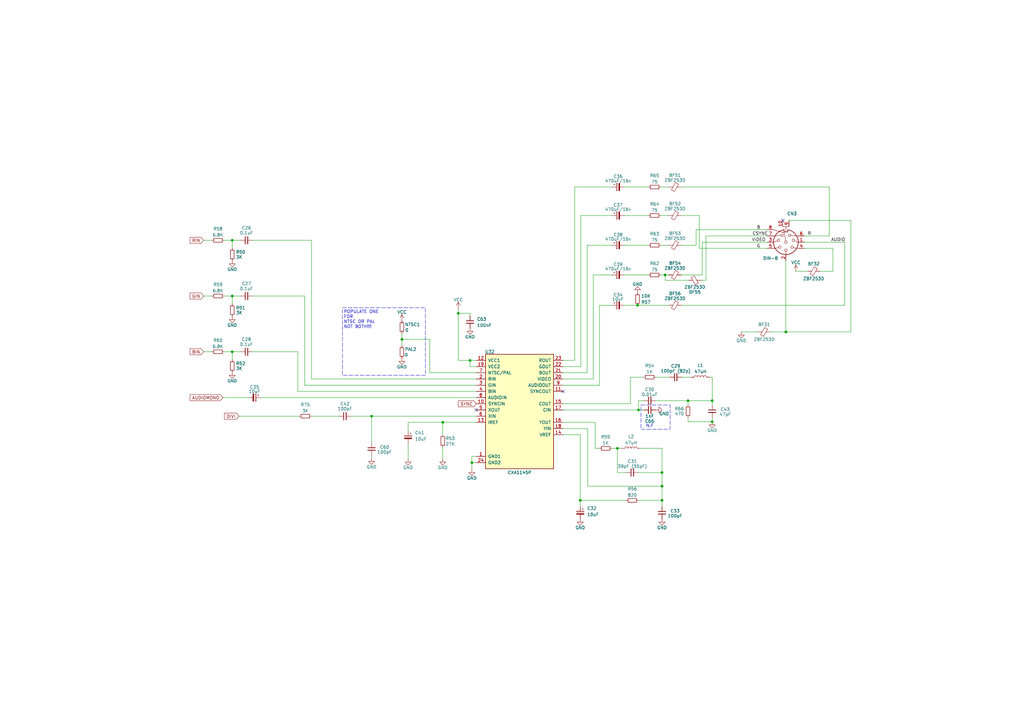
<source format=kicad_sch>
(kicad_sch (version 20230121) (generator eeschema)
  (paper "A3")
  (title_block (title "NeoGeo AES 3-5") (date "2023-08-27") (rev "BF1.2") (company "SNK") (comment 3 "https://github.com/Board-Folk") (comment 4 "Recreated By The Board Folk Team"))
  (lib_symbols
    (symbol "1_NeoGeoLibrary:CXA1145P" (pin_names (offset 1.016))
      (property "Reference" "U" (at -13.97 35.56 0))
      (property "Value" "CXA1145P" (at 6.35 35.56 0))
      (symbol "CXA1145P_0_1"
        (rectangle (start -13.97 34.29) (end 13.97 -12.7) (stroke (width 0.254)) (fill (type background)))
      )
      (symbol "CXA1145P_1_1"
        (pin power_in line (at -17.78 -7.62 0) (length 3.81) (name "GND1") (number "1"))
        (pin input line (at -17.78 13.97 0) (length 3.81) (name "SYNCIN") (number "10"))
        (pin output line (at 17.78 19.05 180) (length 3.81) (name "SYNCOUT") (number "11"))
        (pin power_in line (at -17.78 31.75 0) (length 3.81) (name "VCC1") (number "12"))
        (pin input line (at -17.78 6.35 0) (length 3.81) (name "IREF") (number "13"))
        (pin input line (at 17.78 1.27 180) (length 3.81) (name "VREF") (number "14"))
        (pin output line (at 17.78 13.97 180) (length 3.81) (name "COUT") (number "15"))
        (pin output line (at 17.78 6.35 180) (length 3.81) (name "YOUT") (number "16"))
        (pin input line (at 17.78 11.43 180) (length 3.81) (name "CIN") (number "17"))
        (pin input line (at 17.78 3.81 180) (length 3.81) (name "YIN") (number "18"))
        (pin power_in line (at -17.78 29.21 0) (length 3.81) (name "VCC2") (number "19"))
        (pin input line (at -17.78 24.13 0) (length 3.81) (name "RIN") (number "2"))
        (pin output line (at 17.78 24.13 180) (length 3.81) (name "VIDEO") (number "20"))
        (pin output line (at 17.78 26.67 180) (length 3.81) (name "BOUT") (number "21"))
        (pin output line (at 17.78 29.21 180) (length 3.81) (name "GOUT") (number "22"))
        (pin output line (at 17.78 31.75 180) (length 3.81) (name "ROUT") (number "23"))
        (pin power_in line (at -17.78 -10.16 0) (length 3.81) (name "GND2") (number "24"))
        (pin input line (at -17.78 21.59 0) (length 3.81) (name "GIN") (number "3"))
        (pin input line (at -17.78 19.05 0) (length 3.81) (name "BIN") (number "4"))
        (pin output line (at -17.78 11.43 0) (length 3.81) (name "XOUT") (number "5"))
        (pin input line (at -17.78 8.89 0) (length 3.81) (name "XIN") (number "6"))
        (pin input line (at -17.78 26.67 0) (length 3.81) (name "NTSC/PAL") (number "7"))
        (pin input line (at -17.78 16.51 0) (length 3.81) (name "AUDIOIN") (number "8"))
        (pin output line (at 17.78 21.59 180) (length 3.81) (name "AUDIOOUT") (number "9"))
      )
    )
    (symbol "1_NeoGeoLibrary:DIN-8-S" (pin_names (offset 1.016))
      (property "Reference" "J" (at 3.175 5.715 0))
      (property "Value" "DIN-8-S" (at 2.54 -11.43 0))
      (symbol "DIN-8-S_0_1"
        (arc (start -5.08 0) (mid -3.8609 -3.3364) (end -0.762 -5.08) (stroke (width 0.254)))
        (circle (center -3.048 -0.762) (radius 0.508))
        (circle (center -2.54 2.032) (radius 0.508))
        (circle (center -1.524 -2.794) (radius 0.508))
        (polyline (pts (xy -5.08 0) (xy -3.556 -0.508)))
        (polyline (pts (xy -1.27 -6.35) (xy 1.27 -6.35)))
        (polyline (pts (xy 0 -4.318) (xy 0 -6.35)))
        (polyline (pts (xy 0 -0.508) (xy 0.762 -3.81)))
        (polyline (pts (xy 0 5.08) (xy 0 3.81)))
        (polyline (pts (xy 0.762 -3.81) (xy 5.08 -5.08)))
        (polyline (pts (xy 5.08 0) (xy 3.556 -0.508)))
        (polyline (pts (xy -5.08 -2.54) (xy -4.318 -2.54) (xy -2.032 -2.794)))
        (polyline (pts (xy -5.08 2.54) (xy -4.318 2.54) (xy -3.048 2.286)))
        (polyline (pts (xy 5.08 -2.54) (xy 4.318 -2.54) (xy 2.032 -2.794)))
        (polyline (pts (xy 5.08 2.54) (xy 4.318 2.54) (xy 3.048 2.286)))
        (polyline (pts (xy -0.762 -4.953) (xy -0.762 -4.191) (xy 0.762 -4.191) (xy 0.762 -4.953)) (stroke (width 0.254)))
        (circle (center 0 0) (radius 0.508))
        (circle (center 0 3.302) (radius 0.508))
        (arc (start 0.762 -5.08) (mid 3.8685 -3.343) (end 5.08 0) (stroke (width 0.254)))
        (circle (center 1.524 -2.794) (radius 0.508))
        (circle (center 2.54 2.032) (radius 0.508))
        (circle (center 3.048 -0.762) (radius 0.508))
        (arc (start 5.08 0) (mid 0 5.0579) (end -5.08 0) (stroke (width 0.254)))
      )
      (symbol "DIN-8-S_1_1"
        (pin passive line (at -7.62 0 0) (length 2.54) (name "~") (number "1"))
        (pin passive line (at 1.27 -8.89 90) (length 2.54) (name "~") (number "10"))
        (pin passive line (at 0 7.62 270) (length 2.54) (name "~") (number "2"))
        (pin passive line (at 7.62 0 180) (length 2.54) (name "~") (number "3"))
        (pin passive line (at -7.62 2.54 0) (length 2.54) (name "~") (number "4"))
        (pin passive line (at 7.62 2.54 180) (length 2.54) (name "~") (number "5"))
        (pin passive line (at -7.62 -2.54 0) (length 2.54) (name "~") (number "6"))
        (pin passive line (at 7.62 -2.54 180) (length 2.54) (name "~") (number "7"))
        (pin passive line (at 7.62 -5.08 180) (length 2.54) (name "~") (number "8"))
        (pin passive line (at -1.27 -8.89 90) (length 2.54) (name "~") (number "9"))
      )
    )
    (symbol "Device:C_Polarized_Small" (pin_numbers hide) (pin_names (offset 0.254) hide)
      (property "Reference" "C" (at 0.254 1.778 0))
      (property "Value" "C_Polarized_Small" (at 0.254 -2.032 0))
      (symbol "C_Polarized_Small_0_1"
        (rectangle (start -1.524 -0.3048) (end 1.524 -0.6858) (fill (type outline)))
        (rectangle (start -1.524 0.6858) (end 1.524 0.3048))
        (polyline (pts (xy -1.27 1.524) (xy -0.762 1.524)))
        (polyline (pts (xy -1.016 1.27) (xy -1.016 1.778)))
      )
      (symbol "C_Polarized_Small_1_1"
        (pin passive line (at 0 2.54 270) (length 1.8542) (name "~") (number "1"))
        (pin passive line (at 0 -2.54 90) (length 1.8542) (name "~") (number "2"))
      )
    )
    (symbol "Device:C_Small" (pin_numbers hide) (pin_names (offset 0.254) hide)
      (property "Reference" "C" (at 0.254 1.778 0))
      (property "Value" "C_Small" (at 0.254 -2.032 0))
      (symbol "C_Small_0_1"
        (polyline (pts (xy -1.524 -0.508) (xy 1.524 -0.508)) (stroke (width 0.3302)))
        (polyline (pts (xy -1.524 0.508) (xy 1.524 0.508)) (stroke (width 0.3048)))
      )
      (symbol "C_Small_1_1"
        (pin passive line (at 0 2.54 270) (length 2.032) (name "~") (number "1"))
        (pin passive line (at 0 -2.54 90) (length 2.032) (name "~") (number "2"))
      )
    )
    (symbol "Device:FerriteBead_Small" (pin_numbers hide) (pin_names (offset 0))
      (property "Reference" "FB" (at 1.905 1.27 0))
      (property "Value" "FerriteBead_Small" (at 1.905 -1.27 0))
      (symbol "FerriteBead_Small_0_1"
        (polyline (pts (xy 0 -1.27) (xy 0 -0.7874)))
        (polyline (pts (xy 0 0.889) (xy 0 1.2954)))
        (polyline (pts (xy -1.8288 0.2794) (xy -1.1176 1.4986) (xy 1.8288 -0.2032) (xy 1.1176 -1.4224) (xy -1.8288 0.2794)))
      )
      (symbol "FerriteBead_Small_1_1"
        (pin passive line (at 0 2.54 270) (length 1.27) (name "~") (number "1"))
        (pin passive line (at 0 -2.54 90) (length 1.27) (name "~") (number "2"))
      )
    )
    (symbol "Device:L" (pin_numbers hide) (pin_names (offset 1.016) hide)
      (property "Reference" "L" (at -1.27 0 90))
      (property "Value" "L" (at 1.905 0 90))
      (symbol "L_0_1"
        (arc (start 0 -2.54) (mid 0.6323 -1.905) (end 0 -1.27))
        (arc (start 0 -1.27) (mid 0.6323 -0.635) (end 0 0))
        (arc (start 0 0) (mid 0.6323 0.635) (end 0 1.27))
        (arc (start 0 1.27) (mid 0.6323 1.905) (end 0 2.54))
      )
      (symbol "L_1_1"
        (pin passive line (at 0 3.81 270) (length 1.27) (name "1") (number "1"))
        (pin passive line (at 0 -3.81 90) (length 1.27) (name "2") (number "2"))
      )
    )
    (symbol "Device:R_Small" (pin_numbers hide) (pin_names (offset 0.254) hide)
      (property "Reference" "R" (at 0.762 0.508 0))
      (property "Value" "R_Small" (at 0.762 -1.016 0))
      (symbol "R_Small_0_1"
        (rectangle (start -0.762 1.778) (end 0.762 -1.778) (stroke (width 0.2032)))
      )
      (symbol "R_Small_1_1"
        (pin passive line (at 0 2.54 270) (length 0.762) (name "~") (number "1"))
        (pin passive line (at 0 -2.54 90) (length 0.762) (name "~") (number "2"))
      )
    )
    (symbol "power:GND" (power) (pin_names (offset 0))
      (property "Value" "GND" (at 0 -3.81 0))
      (symbol "GND_0_1"
        (polyline (pts (xy 0 0) (xy 0 -1.27) (xy 1.27 -1.27) (xy 0 -2.54) (xy -1.27 -1.27) (xy 0 -1.27)))
      )
      (symbol "GND_1_1"
        (pin power_in line (at 0 0 270) (length 0) hide (name "GND") (number "1"))
      )
    )
    (symbol "power:VCC" (power) (pin_names (offset 0))
      (property "Value" "VCC" (at 0 3.81 0))
      (symbol "VCC_0_1"
        (polyline (pts (xy -0.762 1.27) (xy 0 2.54)))
        (polyline (pts (xy 0 0) (xy 0 2.54)))
        (polyline (pts (xy 0 2.54) (xy 0.762 1.27)))
      )
      (symbol "VCC_1_1"
        (pin power_in line (at 0 0 90) (length 0) hide (name "VCC") (number "1"))
      )
    )
  )
  (junction (at 192.786 147.828))
  (junction (at 292.1 172.974))
  (junction (at 292.1 164.338))
  (junction (at 272.796 112.776))
  (junction (at 237.998 205.232))
  (junction (at 152.4 170.688))
  (junction (at 271.526 193.802))
  (junction (at 95.25 121.412))
  (junction (at 271.526 205.232))
  (junction (at 181.61 173.228))
  (junction (at 253.238 183.896))
  (junction (at 282.194 164.338))
  (junction (at 261.874 168.148))
  (junction (at 164.846 139.192))
  (junction (at 95.25 144.272))
  (junction (at 193.548 189.738))
  (junction (at 95.25 98.552))
  (junction (at 187.96 128.524))
  (junction (at 271.526 199.39))
  (junction (at 322.326 136.144))
  (junction (at 261.493 125.222))
  (no_connect (at 321.056 90.424))
  (no_connect (at 195.326 168.148))
  (no_connect (at 230.886 160.528))
  (wire (pts (xy 341.63 111.252) (xy 336.296 111.252)))
  (wire (pts (xy 230.886 152.908) (xy 240.792 152.908)))
  (wire (pts (xy 193.548 189.738) (xy 193.548 192.532)))
  (wire (pts (xy 193.548 189.738) (xy 195.326 189.738)))
  (wire (pts (xy 95.25 121.412) (xy 98.552 121.412)))
  (wire (pts (xy 272.796 112.776) (xy 272.796 114.935)))
  (wire (pts (xy 245.872 125.222) (xy 250.952 125.222)))
  (wire (pts (xy 292.1 164.338) (xy 292.1 166.116)))
  (wire (pts (xy 181.61 173.228) (xy 181.61 178.308)))
  (wire (pts (xy 167.386 181.864) (xy 167.386 188.214)))
  (wire (pts (xy 181.61 173.228) (xy 167.386 173.228)))
  (wire (pts (xy 256.032 100.584) (xy 265.938 100.584)))
  (wire (pts (xy 91.948 121.412) (xy 95.25 121.412)))
  (wire (pts (xy 237.998 205.232) (xy 256.794 205.232)))
  (wire (pts (xy 106.934 163.068) (xy 195.326 163.068)))
  (wire (pts (xy 268.986 164.338) (xy 282.194 164.338)))
  (wire (pts (xy 289.56 96.774) (xy 314.706 96.774)))
  (wire (pts (xy 83.566 121.412) (xy 86.868 121.412)))
  (wire (pts (xy 83.566 144.272) (xy 86.868 144.272)))
  (wire (pts (xy 322.326 106.934) (xy 322.326 136.144)))
  (wire (pts (xy 83.566 98.552) (xy 86.868 98.552)))
  (wire (pts (xy 195.326 157.988) (xy 124.968 157.988)))
  (wire (pts (xy 195.326 155.448) (xy 127.762 155.448)))
  (wire (pts (xy 288.036 99.314) (xy 314.706 99.314)))
  (wire (pts (xy 261.874 168.148) (xy 263.906 168.148)))
  (wire (pts (xy 286.766 101.854) (xy 314.706 101.854)))
  (wire (pts (xy 245.872 157.988) (xy 245.872 125.222)))
  (wire (pts (xy 238.252 88.392) (xy 250.952 88.392)))
  (wire (pts (xy 103.632 121.412) (xy 124.968 121.412)))
  (wire (pts (xy 256.032 112.776) (xy 265.938 112.776)))
  (wire (pts (xy 250.952 183.896) (xy 253.238 183.896)))
  (wire (pts (xy 271.018 100.584) (xy 274.32 100.584)))
  (wire (pts (xy 315.976 136.144) (xy 322.326 136.144)))
  (wire (pts (xy 103.632 144.272) (xy 122.174 144.272)))
  (wire (pts (xy 164.846 136.652) (xy 164.846 139.192)))
  (wire (pts (xy 271.018 112.776) (xy 272.796 112.776)))
  (wire (pts (xy 230.886 157.988) (xy 245.872 157.988)))
  (wire (pts (xy 279.4 88.392) (xy 286.766 88.392)))
  (wire (pts (xy 292.1 154.686) (xy 291.084 154.686)))
  (wire (pts (xy 127.762 170.688) (xy 138.938 170.688)))
  (wire (pts (xy 271.526 205.232) (xy 271.526 207.772)))
  (wire (pts (xy 346.456 125.222) (xy 346.456 99.314)))
  (wire (pts (xy 271.526 205.232) (xy 271.526 199.39)))
  (wire (pts (xy 256.794 193.802) (xy 253.238 193.802)))
  (wire (pts (xy 187.96 126.492) (xy 187.96 128.524)))
  (wire (pts (xy 243.332 155.448) (xy 243.332 112.776)))
  (wire (pts (xy 176.276 152.908) (xy 176.276 139.192)))
  (wire (pts (xy 271.526 193.802) (xy 261.874 193.802)))
  (wire (pts (xy 237.998 205.232) (xy 237.998 207.772)))
  (wire (pts (xy 95.25 144.272) (xy 98.552 144.272)))
  (wire (pts (xy 181.61 183.388) (xy 181.61 188.214)))
  (wire (pts (xy 271.526 193.802) (xy 271.526 183.896)))
  (wire (pts (xy 322.326 136.144) (xy 348.996 136.144)))
  (wire (pts (xy 283.464 154.686) (xy 279.654 154.686)))
  (wire (pts (xy 287.528 114.935) (xy 289.56 114.935)))
  (wire (pts (xy 261.493 125.222) (xy 274.32 125.222)))
  (wire (pts (xy 124.968 157.988) (xy 124.968 121.412)))
  (wire (pts (xy 187.96 128.524) (xy 192.786 128.524)))
  (wire (pts (xy 95.25 101.854) (xy 95.25 98.552)))
  (wire (pts (xy 262.636 183.896) (xy 271.526 183.896)))
  (wire (pts (xy 272.796 114.935) (xy 282.448 114.935)))
  (wire (pts (xy 95.25 124.714) (xy 95.25 121.412)))
  (wire (pts (xy 144.018 170.688) (xy 152.4 170.688)))
  (wire (pts (xy 237.998 178.308) (xy 237.998 205.232)))
  (wire (pts (xy 289.56 114.935) (xy 289.56 96.774)))
  (wire (pts (xy 244.094 183.896) (xy 244.094 173.228)))
  (wire (pts (xy 127.762 155.448) (xy 127.762 98.552)))
  (wire (pts (xy 95.25 98.552) (xy 98.552 98.552)))
  (wire (pts (xy 192.786 150.368) (xy 192.786 147.828)))
  (wire (pts (xy 230.886 175.768) (xy 241.046 175.768)))
  (wire (pts (xy 261.874 205.232) (xy 271.526 205.232)))
  (wire (pts (xy 192.786 147.828) (xy 187.96 147.828)))
  (wire (pts (xy 195.326 152.908) (xy 176.276 152.908)))
  (wire (pts (xy 279.4 125.222) (xy 346.456 125.222)))
  (wire (pts (xy 271.526 199.39) (xy 271.526 193.802)))
  (wire (pts (xy 244.094 183.896) (xy 245.872 183.896)))
  (wire (pts (xy 279.4 112.776) (xy 288.036 112.776)))
  (wire (pts (xy 91.948 144.272) (xy 95.25 144.272)))
  (wire (pts (xy 152.4 170.688) (xy 195.326 170.688)))
  (wire (pts (xy 195.326 187.198) (xy 193.548 187.198)))
  (wire (pts (xy 244.094 173.228) (xy 230.886 173.228)))
  (wire (pts (xy 193.548 187.198) (xy 193.548 189.738)))
  (wire (pts (xy 271.018 76.708) (xy 274.32 76.708)))
  (wire (pts (xy 240.792 100.584) (xy 250.952 100.584)))
  (wire (pts (xy 282.194 164.338) (xy 292.1 164.338)))
  (wire (pts (xy 235.712 147.828) (xy 235.712 76.708)))
  (wire (pts (xy 326.39 111.252) (xy 331.216 111.252)))
  (wire (pts (xy 282.194 172.974) (xy 282.194 171.196)))
  (wire (pts (xy 261.874 168.148) (xy 261.874 164.338)))
  (wire (pts (xy 348.996 90.424) (xy 348.996 136.144)))
  (wire (pts (xy 164.846 139.192) (xy 164.846 141.859)))
  (wire (pts (xy 272.796 112.776) (xy 274.32 112.776)))
  (wire (pts (xy 240.792 152.908) (xy 240.792 100.584)))
  (wire (pts (xy 230.886 150.368) (xy 238.252 150.368)))
  (wire (pts (xy 253.238 183.896) (xy 255.016 183.896)))
  (wire (pts (xy 192.786 147.828) (xy 195.326 147.828)))
  (wire (pts (xy 103.632 98.552) (xy 127.762 98.552)))
  (wire (pts (xy 282.194 166.116) (xy 282.194 164.338)))
  (wire (pts (xy 98.044 170.688) (xy 122.682 170.688)))
  (wire (pts (xy 256.032 88.392) (xy 265.938 88.392)))
  (wire (pts (xy 253.238 193.802) (xy 253.238 183.896)))
  (wire (pts (xy 176.276 139.192) (xy 164.846 139.192)))
  (wire (pts (xy 329.946 101.854) (xy 341.63 101.854)))
  (wire (pts (xy 263.906 154.686) (xy 258.572 154.686)))
  (wire (pts (xy 230.886 147.828) (xy 235.712 147.828)))
  (wire (pts (xy 95.25 147.574) (xy 95.25 144.272)))
  (wire (pts (xy 241.046 175.768) (xy 241.046 199.39)))
  (wire (pts (xy 187.96 128.524) (xy 187.96 147.828)))
  (wire (pts (xy 152.4 186.69) (xy 152.4 187.96)))
  (wire (pts (xy 230.886 168.148) (xy 261.874 168.148)))
  (wire (pts (xy 192.786 128.524) (xy 192.786 129.54)))
  (wire (pts (xy 341.63 101.854) (xy 341.63 111.252)))
  (wire (pts (xy 258.572 165.608) (xy 230.886 165.608)))
  (wire (pts (xy 91.948 98.552) (xy 95.25 98.552)))
  (wire (pts (xy 243.332 112.776) (xy 250.952 112.776)))
  (wire (pts (xy 238.252 150.368) (xy 238.252 88.392)))
  (wire (pts (xy 286.766 88.392) (xy 286.766 101.854)))
  (wire (pts (xy 241.046 199.39) (xy 271.526 199.39)))
  (wire (pts (xy 258.572 154.686) (xy 258.572 165.608)))
  (wire (pts (xy 91.44 163.068) (xy 101.854 163.068)))
  (wire (pts (xy 261.874 164.338) (xy 263.906 164.338)))
  (wire (pts (xy 304.038 136.144) (xy 310.896 136.144)))
  (wire (pts (xy 279.4 100.584) (xy 285.496 100.584)))
  (wire (pts (xy 279.4 76.708) (xy 340.106 76.708)))
  (wire (pts (xy 271.018 88.392) (xy 274.32 88.392)))
  (wire (pts (xy 274.574 154.686) (xy 268.986 154.686)))
  (wire (pts (xy 235.712 76.708) (xy 250.952 76.708)))
  (wire (pts (xy 122.174 160.528) (xy 195.326 160.528)))
  (wire (pts (xy 167.386 173.228) (xy 167.386 176.784)))
  (wire (pts (xy 292.1 171.196) (xy 292.1 172.974)))
  (wire (pts (xy 292.1 164.338) (xy 292.1 154.686)))
  (wire (pts (xy 285.496 94.234) (xy 314.706 94.234)))
  (wire (pts (xy 195.326 173.228) (xy 181.61 173.228)))
  (wire (pts (xy 329.946 96.774) (xy 340.106 96.774)))
  (wire (pts (xy 256.032 125.222) (xy 261.493 125.222)))
  (wire (pts (xy 340.106 76.708) (xy 340.106 96.774)))
  (wire (pts (xy 285.496 100.584) (xy 285.496 94.234)))
  (wire (pts (xy 152.4 170.688) (xy 152.4 181.61)))
  (wire (pts (xy 230.886 178.308) (xy 237.998 178.308)))
  (wire (pts (xy 256.032 76.708) (xy 265.938 76.708)))
  (wire (pts (xy 292.1 172.974) (xy 282.194 172.974)))
  (wire (pts (xy 346.456 99.314) (xy 329.946 99.314)))
  (wire (pts (xy 323.596 90.424) (xy 348.996 90.424)))
  (wire (pts (xy 288.036 112.776) (xy 288.036 99.314)))
  (wire (pts (xy 122.174 144.272) (xy 122.174 160.528)))
  (wire (pts (xy 230.886 155.448) (xy 243.332 155.448)))
  (wire (pts (xy 195.326 150.368) (xy 192.786 150.368)))
  (rectangle (start 140.462 126.238) (end 174.498 153.924) (stroke (width 0) (type dash)))
  (rectangle (start 262.89 166.116) (end 274.828 176.022) (stroke (width 0) (type dash)))
  (text "POPULATE ONE\nFOR\nNTSC OR PAL\nNOT BOTH!!!" (at 140.97 134.874 0) (effects (font (size 1.27 1.27)) (justify left bottom)))
  (text "N.F" (at 264.922 175.514 0) (effects (font (size 1.27 1.27)) (justify left bottom)))
  (label "AUDIO" (at 340.868 99.314 0))
  (label "G" (at 310.388 101.854 0))
  (label "B" (at 310.388 94.234 0))
  (label "CSYNC" (at 308.61 96.774 0))
  (label "R" (at 331.216 96.774 0))
  (label "VIDEO" (at 308.356 99.314 0))
  (global_label "AUDIOMONO" (shape input) (at 91.44 163.068 180) (property "Intersheetrefs" "${INTERSHEET_REFS}" (effects hide)))
  (global_label "RIN" (shape input) (at 83.566 98.552 180) (property "Intersheetrefs" "${INTERSHEET_REFS}" (effects hide)))
  (global_label "BIN" (shape input) (at 83.566 144.272 180) (property "Intersheetrefs" "${INTERSHEET_REFS}" (effects hide)))
  (global_label "GIN" (shape input) (at 83.566 121.412 180) (property "Intersheetrefs" "${INTERSHEET_REFS}" (effects hide)))
  (global_label "SYNC" (shape input) (at 195.326 165.608 180) (property "Intersheetrefs" "${INTERSHEET_REFS}" (effects hide)))
  (global_label "DIVI" (shape input) (at 98.044 170.688 180) (property "Intersheetrefs" "${INTERSHEET_REFS}" (effects hide)))
  (symbol (lib_id "Device:R_Small") (at 268.478 112.776 90) (unit 1)
    (property "Reference" "R62" (at 268.478 108.077 90))
    (property "Value" "75" (at 268.478 110.617 90))
    (property "Footprint" "1_NeoGeoLibrary:Resistor1-5mm" (effects hide))
    (property "Mouser" "71-CMF5075R000FHEB" (effects hide))
  )
  (symbol (lib_id "power:GND") (at 95.25 129.794 0) (unit 1)
    (property "Reference" "#PWR0217" (effects hide))
    (property "Value" "GND" (at 95.25 133.35 0))
  )
  (symbol (lib_id "power:GND") (at 167.386 188.214 0) (unit 1)
    (property "Reference" "#PWR0214" (effects hide))
    (property "Value" "GND" (at 167.386 191.77 0))
  )
  (symbol (lib_id "Device:C_Polarized_Small") (at 167.386 179.324 0) (mirror y) (unit 1)
    (property "Reference" "C41" (at 170.18 177.5078 0) (effects (justify right)))
    (property "Value" "10uF" (at 170.18 180.0478 0) (effects (justify right)))
    (property "Footprint" "1_NeoGeoLibrary:CAP2-2.5mm" (effects hide))
    (property "Mouser" "667-ECA-1CM100I" (effects hide))
  )
  (symbol (lib_id "Device:C_Small") (at 271.526 210.312 0) (unit 1)
    (property "Reference" "C33" (at 276.86 209.55 0))
    (property "Value" "100pF" (at 276.86 211.582 0))
    (property "Footprint" "1_NeoGeoLibrary:CAP3-5mm" (effects hide))
    (property "Mouser" "810-FG28C0G1H101JNT6" (effects hide))
  )
  (symbol (lib_id "Device:R_Small") (at 95.25 127.254 0) (unit 1)
    (property "Reference" "R51" (at 96.774 126.238 0) (effects (justify left)))
    (property "Value" "3K" (at 96.774 128.27 0) (effects (justify left)))
    (property "Footprint" "1_NeoGeoLibrary:Resistor1-5mm" (effects hide))
    (property "Mouser" "71-RN60D3001F" (effects hide))
  )
  (symbol (lib_id "Device:R_Small") (at 95.25 104.394 0) (unit 1)
    (property "Reference" "R50" (at 96.774 103.378 0) (effects (justify left)))
    (property "Value" "3K" (at 96.774 105.41 0) (effects (justify left)))
    (property "Footprint" "1_NeoGeoLibrary:Resistor1-5mm" (effects hide))
    (property "Mouser" "71-RN60D3001F" (effects hide))
  )
  (symbol (lib_id "1_NeoGeoLibrary:CXA1145P") (at 213.106 179.578 0) (unit 1)
    (property "Reference" "U32" (at 200.914 144.272 0))
    (property "Value" "CXA1145P" (at 213.106 193.802 0))
    (property "Footprint" "1_NeoGeoLibrary:DIP-24_W10.16mm" (effects hide))
    (property "Comment" "Use Original" (effects hide))
  )
  (symbol (lib_id "Device:R_Small") (at 268.478 100.584 90) (unit 1)
    (property "Reference" "R63" (at 268.478 95.885 90))
    (property "Value" "75" (at 268.478 98.425 90))
    (property "Footprint" "1_NeoGeoLibrary:Resistor1-5mm" (effects hide))
    (property "Mouser" "71-CMF5075R000FHEB" (effects hide))
  )
  (symbol (lib_id "Device:R_Small") (at 89.408 121.412 90) (unit 1)
    (property "Reference" "R59" (at 89.408 116.713 90))
    (property "Value" "6.8K" (at 89.408 119.253 90))
    (property "Footprint" "1_NeoGeoLibrary:Resistor1-5mm" (effects hide))
    (property "Mouser" "71-RN60D6801F" (effects hide))
  )
  (symbol (lib_id "Device:R_Small") (at 268.478 88.392 90) (unit 1)
    (property "Reference" "R64" (at 268.478 83.693 90))
    (property "Value" "75" (at 268.478 86.233 90))
    (property "Footprint" "1_NeoGeoLibrary:Resistor1-5mm" (effects hide))
    (property "Mouser" "71-CMF5075R000FHEB" (effects hide))
  )
  (symbol (lib_id "Device:R_Small") (at 89.408 98.552 90) (unit 1)
    (property "Reference" "R58" (at 89.408 93.853 90))
    (property "Value" "6.8K" (at 89.408 96.393 90))
    (property "Footprint" "1_NeoGeoLibrary:Resistor1-5mm" (effects hide))
    (property "Mouser" "71-RN60D6801F" (effects hide))
  )
  (symbol (lib_id "power:GND") (at 261.493 120.142 0) (mirror x) (unit 1)
    (property "Reference" "#PWR0219" (effects hide))
    (property "Value" "GND" (at 261.493 116.586 0))
  )
  (symbol (lib_id "Device:FerriteBead_Small") (at 313.436 136.144 90) (unit 1)
    (property "Reference" "BF31" (at 313.436 133.096 90))
    (property "Value" "ZBF253D" (at 313.436 139.192 90))
    (property "Footprint" "1_NeoGeoLibrary:BF-2.5mm" (effects hide))
    (property "Mouser" "80-B-06-R-25" (effects hide))
  )
  (symbol (lib_id "Device:FerriteBead_Small") (at 276.86 112.776 90) (unit 1)
    (property "Reference" "BF54" (at 276.86 107.95 90))
    (property "Value" "ZBF253D" (at 276.86 109.982 90))
    (property "Footprint" "1_NeoGeoLibrary:BF-2.5mm" (effects hide))
    (property "Mouser" "80-B-06-R-25" (effects hide))
  )
  (symbol (lib_id "Device:C_Small") (at 266.446 168.148 270) (unit 1) (in_bom no)
    (property "Reference" "C66" (at 266.446 172.72 90))
    (property "Value" "1nF" (at 266.446 170.688 90))
    (property "Footprint" "1_NeoGeoLibrary:CAP3-5mm" (effects hide))
    (property "Mouser" "810-FG28C0G1H102JNT6" (effects hide))
    (property "Comment" "Not Fitted" (effects hide))
  )
  (symbol (lib_id "power:VCC") (at 164.846 131.572 0) (unit 1)
    (property "Reference" "#PWR0209" (effects hide))
    (property "Value" "VCC" (at 164.846 128.016 0))
  )
  (symbol (lib_id "Device:C_Polarized_Small") (at 104.394 163.068 270) (unit 1)
    (property "Reference" "C35" (at 104.394 158.75 90))
    (property "Value" "10uF" (at 104.394 160.528 90))
    (property "Footprint" "1_NeoGeoLibrary:CAP2-2.5mm" (effects hide))
    (property "Mouser" "667-ECA-1CM100I" (effects hide))
  )
  (symbol (lib_id "Device:FerriteBead_Small") (at 276.86 88.392 90) (unit 1)
    (property "Reference" "BF52" (at 276.86 83.566 90))
    (property "Value" "ZBF253D" (at 276.86 85.598 90))
    (property "Footprint" "1_NeoGeoLibrary:BF-2.5mm" (effects hide))
    (property "Mouser" "80-B-06-R-25" (effects hide))
  )
  (symbol (lib_id "Device:C_Small") (at 277.114 154.686 90) (unit 1)
    (property "Reference" "C29" (at 277.114 150.114 90))
    (property "Value" "100pF (82p)" (at 277.114 152.146 90))
    (property "Footprint" "1_NeoGeoLibrary:CAP3-5mm" (effects hide))
    (property "Mouser" "810-FG28C0G1H101JNT6" (effects hide))
  )
  (symbol (lib_id "Device:C_Small") (at 101.092 121.412 90) (unit 1)
    (property "Reference" "C27" (at 101.092 116.332 90))
    (property "Value" "0.1uF" (at 101.092 118.364 90))
    (property "Footprint" "1_NeoGeoLibrary:CAP3-5mm" (effects hide))
    (property "Mouser" "810-FG26C0G1H104JNT0" (effects hide))
  )
  (symbol (lib_id "Device:C_Polarized_Small") (at 253.492 125.222 90) (mirror x) (unit 1)
    (property "Reference" "C34" (at 253.492 120.904 90))
    (property "Value" "10uF" (at 253.492 122.682 90))
    (property "Footprint" "1_NeoGeoLibrary:CAP2-2.5mm" (effects hide))
    (property "Mouser" "667-ECA-1CM100I" (effects hide))
  )
  (symbol (lib_id "Device:C_Small") (at 101.092 144.272 90) (unit 1)
    (property "Reference" "C28" (at 101.092 139.192 90))
    (property "Value" "0.1uF" (at 101.092 141.224 90))
    (property "Footprint" "1_NeoGeoLibrary:CAP3-5mm" (effects hide))
    (property "Mouser" "810-FG26C0G1H104JNT0" (effects hide))
  )
  (symbol (lib_id "Device:R_Small") (at 164.846 144.399 0) (mirror x) (unit 1) (in_bom no)
    (property "Reference" "PAL2" (at 168.402 143.256 0))
    (property "Value" "0" (at 166.624 145.542 0))
    (property "Footprint" "1_NeoGeoLibrary:PAL" (effects hide))
    (property "Comment" "Fit if PAL" (effects hide))
  )
  (symbol (lib_id "Device:L") (at 258.826 183.896 90) (unit 1)
    (property "Reference" "L2" (at 258.826 179.07 90))
    (property "Value" "47uH" (at 258.826 181.61 90))
    (property "Footprint" "1_NeoGeoLibrary:Inductor" (effects hide))
    (property "Mouser" "530-SFAPI-470K-UL" (effects hide))
  )
  (symbol (lib_id "Device:C_Small") (at 152.4 184.15 0) (unit 1)
    (property "Reference" "C60" (at 157.734 183.388 0))
    (property "Value" "100pF" (at 157.734 185.42 0))
    (property "Footprint" "1_NeoGeoLibrary:CAP3-5mm" (effects hide))
    (property "Mouser" "810-FG28C0G1H101JNT6" (effects hide))
  )
  (symbol (lib_id "Device:R_Small") (at 248.412 183.896 90) (unit 1)
    (property "Reference" "R55" (at 248.412 179.197 90))
    (property "Value" "1K" (at 248.412 181.737 90))
    (property "Footprint" "1_NeoGeoLibrary:Resistor1-5mm" (effects hide))
    (property "Mouser" "71-CMF501K0000FHEA" (effects hide))
  )
  (symbol (lib_id "Device:R_Small") (at 164.846 134.112 0) (mirror x) (unit 1) (in_bom no)
    (property "Reference" "NTSC1" (at 169.164 133.096 0))
    (property "Value" "0" (at 166.878 135.382 0))
    (property "Footprint" "1_NeoGeoLibrary:PAL" (effects hide))
    (property "Comment" "Fit if NTSC" (effects hide))
  )
  (symbol (lib_id "Device:R_Small") (at 259.334 205.232 90) (unit 1)
    (property "Reference" "R56" (at 259.334 200.533 90))
    (property "Value" "820" (at 259.334 203.073 90))
    (property "Footprint" "1_NeoGeoLibrary:Resistor1-5mm" (effects hide))
    (property "Mouser" "71-RN60D8200F" (effects hide))
  )
  (symbol (lib_id "Device:L") (at 287.274 154.686 90) (unit 1)
    (property "Reference" "L1" (at 287.274 149.86 90))
    (property "Value" "47uH" (at 287.274 152.4 90))
    (property "Footprint" "1_NeoGeoLibrary:L1" (effects hide))
    (property "Mouser" "530-SFAPI-470K-UL" (effects hide))
  )
  (symbol (lib_id "Device:R_Small") (at 266.446 154.686 90) (unit 1)
    (property "Reference" "R54" (at 266.446 149.987 90))
    (property "Value" "1K" (at 266.446 152.527 90))
    (property "Footprint" "1_NeoGeoLibrary:Resistor1-5mm" (effects hide))
    (property "Mouser" "71-CMF501K0000FHEA" (effects hide))
  )
  (symbol (lib_id "Device:C_Small") (at 141.478 170.688 90) (unit 1)
    (property "Reference" "C42" (at 141.478 165.608 90))
    (property "Value" "100pF" (at 141.478 167.64 90))
    (property "Footprint" "1_NeoGeoLibrary:CAP3-5mm" (effects hide))
    (property "Mouser" "810-FG28C0G1H101JNT6" (effects hide))
  )
  (symbol (lib_id "Device:R_Small") (at 181.61 180.848 0) (mirror x) (unit 1)
    (property "Reference" "R53" (at 184.658 179.832 0))
    (property "Value" "27K" (at 184.658 182.118 0))
    (property "Footprint" "1_NeoGeoLibrary:Resistor1-5mm" (effects hide))
    (property "Mouser" "71-RN60D-F-27K" (effects hide))
  )
  (symbol (lib_id "Device:FerriteBead_Small") (at 276.86 125.222 90) (unit 1)
    (property "Reference" "BF56" (at 276.86 120.396 90))
    (property "Value" "ZBF253D" (at 276.86 122.428 90))
    (property "Footprint" "1_NeoGeoLibrary:BF-2.5mm" (effects hide))
    (property "Mouser" "80-B-06-R-25" (effects hide))
  )
  (symbol (lib_id "Device:FerriteBead_Small") (at 284.988 114.935 90) (mirror x) (unit 1)
    (property "Reference" "BF55" (at 284.988 119.761 90))
    (property "Value" "ZBF253D" (at 284.988 117.729 90))
    (property "Footprint" "1_NeoGeoLibrary:BF-2.5mm" (effects hide))
    (property "Mouser" "80-B-06-R-25" (effects hide))
  )
  (symbol (lib_id "Device:R_Small") (at 282.194 168.656 180) (unit 1)
    (property "Reference" "R66" (at 278.638 167.64 0))
    (property "Value" "470" (at 278.638 169.672 0))
    (property "Footprint" "1_NeoGeoLibrary:Resistor1-5mm" (effects hide))
    (property "Mouser" "71-RN60C4700F" (effects hide))
  )
  (symbol (lib_id "Device:R_Small") (at 95.25 150.114 0) (unit 1)
    (property "Reference" "R52" (at 96.774 149.098 0) (effects (justify left)))
    (property "Value" "3K" (at 96.774 151.13 0) (effects (justify left)))
    (property "Footprint" "1_NeoGeoLibrary:Resistor1-5mm" (effects hide))
    (property "Mouser" "71-RN60D3001F" (effects hide))
  )
  (symbol (lib_id "Device:C_Small") (at 292.1 168.656 0) (unit 1)
    (property "Reference" "C43" (at 297.434 167.894 0))
    (property "Value" "47pF" (at 297.434 169.926 0))
    (property "Footprint" "1_NeoGeoLibrary:CAP3-5mm" (effects hide))
    (property "Mouser" "810-FG28C0G1H101JNT6" (effects hide))
  )
  (symbol (lib_id "power:GND") (at 271.526 212.852 0) (unit 1)
    (property "Reference" "#PWR0206" (effects hide))
    (property "Value" "GND" (at 271.526 216.408 0))
  )
  (symbol (lib_id "power:GND") (at 152.4 187.96 0) (unit 1)
    (property "Reference" "#PWR0213" (effects hide))
    (property "Value" "GND" (at 152.4 191.516 0))
  )
  (symbol (lib_id "Device:C_Small") (at 266.446 164.338 90) (unit 1)
    (property "Reference" "C30" (at 266.446 159.766 90))
    (property "Value" "0.01uF" (at 266.446 161.798 90))
    (property "Footprint" "1_NeoGeoLibrary:CAP3-5mm" (effects hide))
    (property "Mouser" "810-FG28C0G1H103JNT0" (effects hide))
  )
  (symbol (lib_id "Device:R_Small") (at 89.408 144.272 90) (unit 1)
    (property "Reference" "R60" (at 89.408 139.573 90))
    (property "Value" "6.8K" (at 89.408 142.113 90))
    (property "Footprint" "1_NeoGeoLibrary:Resistor1-5mm" (effects hide))
    (property "Mouser" "71-RN60D6801F" (effects hide))
  )
  (symbol (lib_id "power:GND") (at 164.846 146.939 0) (unit 1)
    (property "Reference" "#PWR0210" (effects hide))
    (property "Value" "GND" (at 164.846 150.495 0))
  )
  (symbol (lib_id "Device:C_Small") (at 192.786 132.08 0) (mirror y) (unit 1)
    (property "Reference" "C63" (at 195.58 130.8989 0) (effects (justify right)))
    (property "Value" "100nF" (at 195.58 133.4389 0) (effects (justify right)))
    (property "Footprint" "1_NeoGeoLibrary:CAP3-5mm" (effects hide))
    (property "Mouser" "810-FG26C0G1H104JNT0" (effects hide))
  )
  (symbol (lib_id "power:GND") (at 304.038 136.144 0) (unit 1)
    (property "Reference" "#PWR0215" (effects hide))
    (property "Value" "GND" (at 304.038 139.7 0))
  )
  (symbol (lib_id "power:GND") (at 237.998 212.852 0) (unit 1)
    (property "Reference" "#PWR0205" (effects hide))
    (property "Value" "GND" (at 237.998 216.408 0))
  )
  (symbol (lib_id "power:GND") (at 268.986 168.148 90) (unit 1)
    (property "Reference" "#PWR0268" (effects hide))
    (property "Value" "GND" (at 272.415 169.672 90))
  )
  (symbol (lib_id "power:VCC") (at 187.96 126.492 0) (unit 1)
    (property "Reference" "#PWR0207" (effects hide))
    (property "Value" "VCC" (at 187.96 122.936 0))
  )
  (symbol (lib_id "1_NeoGeoLibrary:DIN-8-S") (at 322.326 99.314 180) (unit 1)
    (property "Reference" "CN3" (at 322.834 87.63 0) (effects (justify right)))
    (property "Value" "DIN-8" (at 312.928 105.918 0) (effects (justify right)))
    (property "Footprint" "1_NeoGeoLibrary:CN3" (effects hide))
    (property "Comment" "Use Original" (effects hide))
  )
  (symbol (lib_id "Device:C_Polarized_Small") (at 237.998 210.312 0) (mirror y) (unit 1)
    (property "Reference" "C32" (at 240.792 208.4958 0) (effects (justify right)))
    (property "Value" "10uF" (at 240.792 211.0358 0) (effects (justify right)))
    (property "Footprint" "1_NeoGeoLibrary:CAP2-2.5mm" (effects hide))
    (property "Mouser" "667-ECA-1CM100I" (effects hide))
  )
  (symbol (lib_id "Device:FerriteBead_Small") (at 276.86 76.708 90) (unit 1)
    (property "Reference" "BF51" (at 276.86 71.882 90))
    (property "Value" "ZBF253D" (at 276.86 73.914 90))
    (property "Footprint" "1_NeoGeoLibrary:BF-2.5mm" (effects hide))
    (property "Mouser" "80-B-06-R-25" (effects hide))
  )
  (symbol (lib_id "power:GND") (at 95.25 152.654 0) (unit 1)
    (property "Reference" "#PWR0221" (effects hide))
    (property "Value" "GND" (at 95.25 156.21 0))
  )
  (symbol (lib_id "Device:FerriteBead_Small") (at 276.86 100.584 90) (unit 1)
    (property "Reference" "BF53" (at 276.86 95.758 90))
    (property "Value" "ZBF253D" (at 276.86 97.79 90))
    (property "Footprint" "1_NeoGeoLibrary:BF-2.5mm" (effects hide))
    (property "Mouser" "80-B-06-R-25" (effects hide))
  )
  (symbol (lib_id "Device:C_Polarized_Small") (at 253.492 112.776 90) (mirror x) (unit 1)
    (property "Reference" "C39" (at 253.492 108.458 90))
    (property "Value" "470uF/16v" (at 253.492 110.236 90))
    (property "Footprint" "1_NeoGeoLibrary:CAP1-5mm" (effects hide))
    (property "Mouser" "647-UHE1C471MPD6" (effects hide))
  )
  (symbol (lib_id "power:GND") (at 193.548 192.532 0) (unit 1)
    (property "Reference" "#PWR0211" (effects hide))
    (property "Value" "GND" (at 193.548 196.088 0))
  )
  (symbol (lib_id "Device:C_Polarized_Small") (at 253.492 76.708 90) (mirror x) (unit 1)
    (property "Reference" "C36" (at 253.492 72.39 90))
    (property "Value" "470uF/16v" (at 253.492 74.168 90))
    (property "Footprint" "1_NeoGeoLibrary:CAP1-5mm" (effects hide))
    (property "Mouser" "647-UHE1C471MPD6" (effects hide))
  )
  (symbol (lib_id "Device:FerriteBead_Small") (at 333.756 111.252 90) (unit 1)
    (property "Reference" "BF32" (at 333.756 108.204 90))
    (property "Value" "ZBF253D" (at 333.756 114.3 90))
    (property "Footprint" "1_NeoGeoLibrary:BF-2.5mm" (effects hide))
    (property "Mouser" "80-B-06-R-25" (effects hide))
  )
  (symbol (lib_id "Device:R_Small") (at 125.222 170.688 90) (unit 1)
    (property "Reference" "R75" (at 125.222 165.989 90))
    (property "Value" "3K" (at 125.222 168.529 90))
    (property "Footprint" "1_NeoGeoLibrary:Resistor1-5mm" (effects hide))
    (property "Mouser" "71-RN60D3001F" (effects hide))
  )
  (symbol (lib_id "power:GND") (at 192.786 134.62 0) (unit 1)
    (property "Reference" "#PWR0208" (effects hide))
    (property "Value" "GND" (at 192.786 138.176 0))
  )
  (symbol (lib_id "Device:C_Polarized_Small") (at 253.492 100.584 90) (mirror x) (unit 1)
    (property "Reference" "C38" (at 253.492 96.266 90))
    (property "Value" "470uF/16v" (at 253.492 98.044 90))
    (property "Footprint" "1_NeoGeoLibrary:CAP1-5mm" (effects hide))
    (property "Mouser" "647-UHE1C471MPD6" (effects hide))
  )
  (symbol (lib_id "Device:C_Polarized_Small") (at 253.492 88.392 90) (mirror x) (unit 1)
    (property "Reference" "C37" (at 253.492 84.074 90))
    (property "Value" "470uF/16v" (at 253.492 85.852 90))
    (property "Footprint" "1_NeoGeoLibrary:CAP1-5mm" (effects hide))
    (property "Mouser" "647-UHE1C471MPD6" (effects hide))
  )
  (symbol (lib_id "Device:C_Small") (at 259.334 193.802 90) (unit 1)
    (property "Reference" "C31" (at 259.334 189.23 90))
    (property "Value" "39pF (30pF)" (at 259.334 191.262 90))
    (property "Footprint" "1_NeoGeoLibrary:CAP3-5mm" (effects hide))
    (property "Mouser" "810-FG28C0G1H390JNT6" (effects hide))
  )
  (symbol (lib_id "Device:C_Small") (at 101.092 98.552 90) (unit 1)
    (property "Reference" "C26" (at 101.092 93.472 90))
    (property "Value" "0.1uF" (at 101.092 95.504 90))
    (property "Footprint" "1_NeoGeoLibrary:CAP3-5mm" (effects hide))
    (property "Mouser" "810-FG26C0G1H104JNT0" (effects hide))
  )
  (symbol (lib_id "power:VCC") (at 326.39 111.252 0) (unit 1)
    (property "Reference" "#PWR0216" (effects hide))
    (property "Value" "VCC" (at 326.39 107.696 0))
  )
  (symbol (lib_id "Device:R_Small") (at 261.493 122.682 0) (unit 1)
    (property "Reference" "R57" (at 264.922 123.952 0))
    (property "Value" "10K" (at 264.922 121.412 0))
    (property "Footprint" "1_NeoGeoLibrary:Resistor1-5mm" (effects hide))
    (property "Mouser" "71-RN60E1002F" (effects hide))
  )
  (symbol (lib_id "power:GND") (at 95.25 106.934 0) (unit 1)
    (property "Reference" "#PWR0218" (effects hide))
    (property "Value" "GND" (at 95.25 110.49 0))
  )
  (symbol (lib_id "power:GND") (at 292.1 172.974 0) (unit 1)
    (property "Reference" "#PWR0220" (effects hide))
    (property "Value" "GND" (at 292.1 176.53 0))
  )
  (symbol (lib_id "power:GND") (at 181.61 188.214 0) (unit 1)
    (property "Reference" "#PWR0212" (effects hide))
    (property "Value" "GND" (at 181.61 191.77 0))
  )
  (symbol (lib_id "Device:R_Small") (at 268.478 76.708 90) (unit 1)
    (property "Reference" "R65" (at 268.478 72.009 90))
    (property "Value" "75" (at 268.478 74.549 90))
    (property "Footprint" "1_NeoGeoLibrary:Resistor1-5mm" (effects hide))
    (property "Mouser" "71-CMF5075R000FHEB" (effects hide))
  )
)
</source>
